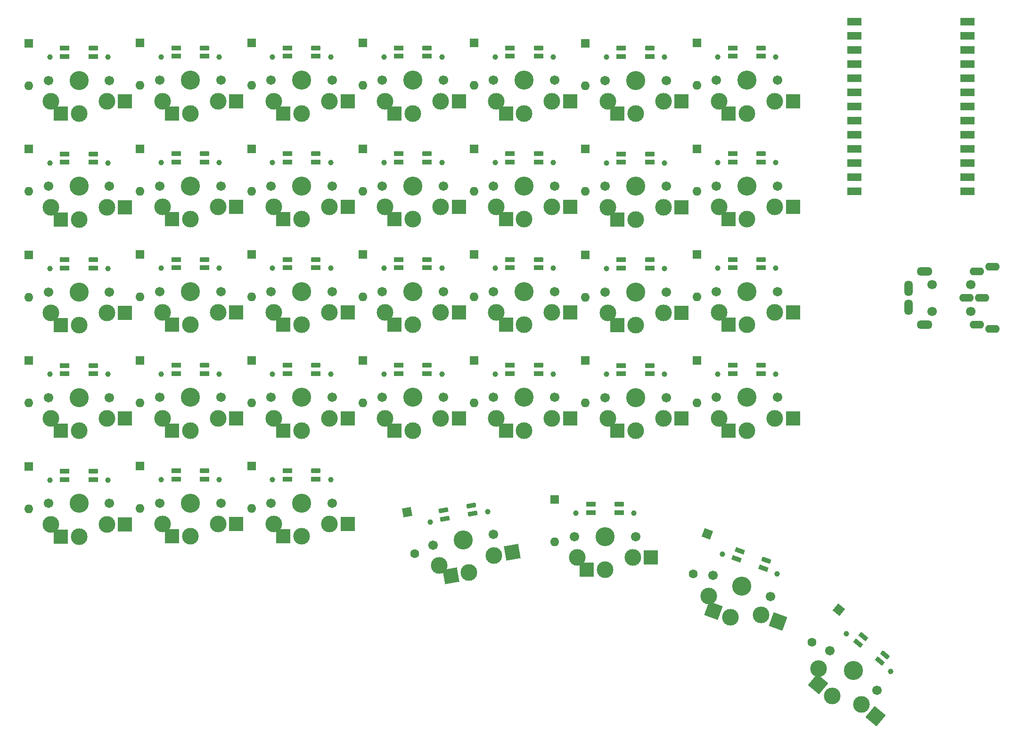
<source format=gbr>
%TF.GenerationSoftware,KiCad,Pcbnew,7.0.7*%
%TF.CreationDate,2023-09-03T20:27:55-07:00*%
%TF.ProjectId,keyboard,6b657962-6f61-4726-942e-6b696361645f,rev?*%
%TF.SameCoordinates,Original*%
%TF.FileFunction,Soldermask,Top*%
%TF.FilePolarity,Negative*%
%FSLAX46Y46*%
G04 Gerber Fmt 4.6, Leading zero omitted, Abs format (unit mm)*
G04 Created by KiCad (PCBNEW 7.0.7) date 2023-09-03 20:27:55*
%MOMM*%
%LPD*%
G01*
G04 APERTURE LIST*
G04 Aperture macros list*
%AMRoundRect*
0 Rectangle with rounded corners*
0 $1 Rounding radius*
0 $2 $3 $4 $5 $6 $7 $8 $9 X,Y pos of 4 corners*
0 Add a 4 corners polygon primitive as box body*
4,1,4,$2,$3,$4,$5,$6,$7,$8,$9,$2,$3,0*
0 Add four circle primitives for the rounded corners*
1,1,$1+$1,$2,$3*
1,1,$1+$1,$4,$5*
1,1,$1+$1,$6,$7*
1,1,$1+$1,$8,$9*
0 Add four rect primitives between the rounded corners*
20,1,$1+$1,$2,$3,$4,$5,0*
20,1,$1+$1,$4,$5,$6,$7,0*
20,1,$1+$1,$6,$7,$8,$9,0*
20,1,$1+$1,$8,$9,$2,$3,0*%
%AMHorizOval*
0 Thick line with rounded ends*
0 $1 width*
0 $2 $3 position (X,Y) of the first rounded end (center of the circle)*
0 $4 $5 position (X,Y) of the second rounded end (center of the circle)*
0 Add line between two ends*
20,1,$1,$2,$3,$4,$5,0*
0 Add two circle primitives to create the rounded ends*
1,1,$1,$2,$3*
1,1,$1,$4,$5*%
%AMRotRect*
0 Rectangle, with rotation*
0 The origin of the aperture is its center*
0 $1 length*
0 $2 width*
0 $3 Rotation angle, in degrees counterclockwise*
0 Add horizontal line*
21,1,$1,$2,0,0,$3*%
G04 Aperture macros list end*
%ADD10C,1.700000*%
%ADD11O,2.620000X1.412000*%
%ADD12O,2.820000X1.512000*%
%ADD13O,1.512000X2.820000*%
%ADD14C,1.701800*%
%ADD15C,0.990600*%
%ADD16C,3.000000*%
%ADD17C,3.429000*%
%ADD18R,2.600000X2.600000*%
%ADD19R,1.600000X1.600000*%
%ADD20O,1.600000X1.600000*%
%ADD21RotRect,2.600000X2.600000X340.000000*%
%ADD22R,1.700000X0.820000*%
%ADD23RoundRect,0.205000X-0.645000X-0.205000X0.645000X-0.205000X0.645000X0.205000X-0.645000X0.205000X0*%
%ADD24RotRect,2.600000X2.600000X10.000000*%
%ADD25RotRect,1.700000X0.820000X340.000000*%
%ADD26RoundRect,0.205000X-0.676216X0.027966X0.535988X-0.413240X0.676216X-0.027966X-0.535988X0.413240X0*%
%ADD27RotRect,1.700000X0.820000X320.000000*%
%ADD28RoundRect,0.205000X-0.625870X0.257559X0.362327X-0.571637X0.625870X-0.257559X-0.362327X0.571637X0*%
%ADD29RotRect,1.600000X1.600000X230.000000*%
%ADD30HorizOval,1.600000X0.000000X0.000000X0.000000X0.000000X0*%
%ADD31RotRect,2.600000X2.600000X320.000000*%
%ADD32RotRect,1.600000X1.600000X250.000000*%
%ADD33HorizOval,1.600000X0.000000X0.000000X0.000000X0.000000X0*%
%ADD34RotRect,1.700000X0.820000X10.000000*%
%ADD35RoundRect,0.205000X-0.599603X-0.313889X0.670799X-0.089883X0.599603X0.313889X-0.670799X0.089883X0*%
%ADD36RotRect,1.600000X1.600000X280.000000*%
%ADD37HorizOval,1.600000X0.000000X0.000000X0.000000X0.000000X0*%
%ADD38R,2.610000X1.400000*%
G04 APERTURE END LIST*
D10*
%TO.C,REF\u002A\u002A*%
X220250000Y-73520000D03*
X213250000Y-73520000D03*
D11*
X224150000Y-76720000D03*
X219450000Y-71120000D03*
D12*
X211950000Y-75920000D03*
D11*
X222250000Y-71120000D03*
D13*
X209050000Y-72820000D03*
D11*
X221350000Y-75920000D03*
%TD*%
%TO.C,REF\u002A\u002A*%
X224155000Y-65520000D03*
X222255000Y-71120000D03*
X221355000Y-66320000D03*
X219455000Y-71120000D03*
D12*
X211955000Y-66320000D03*
D13*
X209055000Y-69420000D03*
D10*
X220255000Y-68720000D03*
X213255000Y-68720000D03*
%TD*%
D14*
%TO.C,REF\u002A\u002A*%
X94500000Y-89000000D03*
D15*
X94780000Y-84800000D03*
D16*
X95000000Y-92750000D03*
D17*
X100000000Y-89000000D03*
D16*
X100000000Y-94950000D03*
X105000000Y-92750000D03*
D15*
X105220000Y-84800000D03*
D14*
X105500000Y-89000000D03*
D18*
X96725000Y-94950000D03*
X108275000Y-92750000D03*
%TD*%
D19*
%TO.C,REF\u002A\u002A*%
X51000000Y-82380000D03*
D20*
X51000000Y-90000000D03*
%TD*%
D14*
%TO.C,REF\u002A\u002A*%
X173947074Y-120991352D03*
D15*
X175646672Y-117140409D03*
D16*
X173134344Y-124686210D03*
D17*
X179115383Y-122872463D03*
D16*
X177080363Y-128463634D03*
X182531271Y-128106411D03*
D15*
X185457063Y-120711099D03*
D14*
X184283692Y-124753574D03*
D21*
X174002870Y-127343518D03*
X185608764Y-129226527D03*
%TD*%
D14*
%TO.C,REF\u002A\u002A*%
X134500000Y-51000000D03*
D15*
X134780000Y-46800000D03*
D16*
X135000000Y-54750000D03*
D17*
X140000000Y-51000000D03*
D16*
X140000000Y-56950000D03*
X145000000Y-54750000D03*
D15*
X145220000Y-46800000D03*
D14*
X145500000Y-51000000D03*
D18*
X136725000Y-56950000D03*
X148275000Y-54750000D03*
%TD*%
D22*
%TO.C,REF\u002A\u002A*%
X157450000Y-84750000D03*
X157450000Y-83250000D03*
D23*
X162550000Y-83250000D03*
D22*
X162550000Y-84750000D03*
%TD*%
D19*
%TO.C,REF\u002A\u002A*%
X51000000Y-63380000D03*
D20*
X51000000Y-71000000D03*
%TD*%
D22*
%TO.C,REF\u002A\u002A*%
X77450000Y-84700000D03*
X77450000Y-83200000D03*
D23*
X82550000Y-83200000D03*
D22*
X82550000Y-84700000D03*
%TD*%
D14*
%TO.C,REF\u002A\u002A*%
X54500000Y-70050000D03*
D15*
X54780000Y-65850000D03*
D16*
X55000000Y-73800000D03*
D17*
X60000000Y-70050000D03*
D16*
X60000000Y-76000000D03*
X65000000Y-73800000D03*
D15*
X65220000Y-65850000D03*
D14*
X65500000Y-70050000D03*
D18*
X56725000Y-76000000D03*
X68275000Y-73800000D03*
%TD*%
D22*
%TO.C,REF\u002A\u002A*%
X157450000Y-46750000D03*
X157450000Y-45250000D03*
D23*
X162550000Y-45250000D03*
D22*
X162550000Y-46750000D03*
%TD*%
%TO.C,REF\u002A\u002A*%
X97450000Y-27700000D03*
X97450000Y-26200000D03*
D23*
X102550000Y-26200000D03*
D22*
X102550000Y-27700000D03*
%TD*%
D14*
%TO.C,REF\u002A\u002A*%
X74500000Y-32000000D03*
D15*
X74780000Y-27800000D03*
D16*
X75000000Y-35750000D03*
D17*
X80000000Y-32000000D03*
D16*
X80000000Y-37950000D03*
X85000000Y-35750000D03*
D15*
X85220000Y-27800000D03*
D14*
X85500000Y-32000000D03*
D18*
X76725000Y-37950000D03*
X88275000Y-35750000D03*
%TD*%
D19*
%TO.C,REF\u002A\u002A*%
X111000000Y-44330000D03*
D20*
X111000000Y-51950000D03*
%TD*%
D22*
%TO.C,REF\u002A\u002A*%
X177450000Y-46700000D03*
X177450000Y-45200000D03*
D23*
X182550000Y-45200000D03*
D22*
X182550000Y-46700000D03*
%TD*%
%TO.C,REF\u002A\u002A*%
X151949999Y-109699999D03*
X151949999Y-108199999D03*
D23*
X157049999Y-108199999D03*
D22*
X157049999Y-109699999D03*
%TD*%
D19*
%TO.C,REF\u002A\u002A*%
X131000000Y-25330000D03*
D20*
X131000000Y-32950000D03*
%TD*%
D19*
%TO.C,REF\u002A\u002A*%
X111000000Y-82330000D03*
D20*
X111000000Y-89950000D03*
%TD*%
D14*
%TO.C,REF\u002A\u002A*%
X123595122Y-115537900D03*
D15*
X123141546Y-111353086D03*
D16*
X124738707Y-119144105D03*
D17*
X129011565Y-114582835D03*
D16*
X130044772Y-120442441D03*
X134586784Y-117407623D03*
D15*
X133422939Y-109540199D03*
D14*
X134428008Y-113627770D03*
D24*
X126819526Y-121011139D03*
X137812030Y-116838925D03*
%TD*%
D14*
%TO.C,REF\u002A\u002A*%
X134500000Y-89000000D03*
D15*
X134780000Y-84800000D03*
D16*
X135000000Y-92750000D03*
D17*
X140000000Y-89000000D03*
D16*
X140000000Y-94950000D03*
X145000000Y-92750000D03*
D15*
X145220000Y-84800000D03*
D14*
X145500000Y-89000000D03*
D18*
X136725000Y-94950000D03*
X148275000Y-92750000D03*
%TD*%
D19*
%TO.C,REF\u002A\u002A*%
X171000000Y-44330000D03*
D20*
X171000000Y-51950000D03*
%TD*%
D19*
%TO.C,REF\u002A\u002A*%
X171000000Y-25330000D03*
D20*
X171000000Y-32950000D03*
%TD*%
D22*
%TO.C,REF\u002A\u002A*%
X177450000Y-27700000D03*
X177450000Y-26200000D03*
D23*
X182550000Y-26200000D03*
D22*
X182550000Y-27700000D03*
%TD*%
D14*
%TO.C,REF\u002A\u002A*%
X94500000Y-32000000D03*
D15*
X94780000Y-27800000D03*
D16*
X95000000Y-35750000D03*
D17*
X100000000Y-32000000D03*
D16*
X100000000Y-37950000D03*
X105000000Y-35750000D03*
D15*
X105220000Y-27800000D03*
D14*
X105500000Y-32000000D03*
D18*
X96725000Y-37950000D03*
X108275000Y-35750000D03*
%TD*%
D19*
%TO.C,REF\u002A\u002A*%
X51000000Y-101380000D03*
D20*
X51000000Y-109000000D03*
%TD*%
D19*
%TO.C,REF\u002A\u002A*%
X131000000Y-63330000D03*
D20*
X131000000Y-70950000D03*
%TD*%
D22*
%TO.C,REF\u002A\u002A*%
X137450000Y-46700000D03*
X137450000Y-45200000D03*
D23*
X142550000Y-45200000D03*
D22*
X142550000Y-46700000D03*
%TD*%
D25*
%TO.C,REF\u002A\u002A*%
X178189853Y-117959633D03*
X178702883Y-116550094D03*
D26*
X183495315Y-118294397D03*
D25*
X182982285Y-119703936D03*
%TD*%
D22*
%TO.C,REF\u002A\u002A*%
X157450000Y-27750000D03*
X157450000Y-26250000D03*
D23*
X162550000Y-26250000D03*
D22*
X162550000Y-27750000D03*
%TD*%
%TO.C,REF\u002A\u002A*%
X57450000Y-103750000D03*
X57450000Y-102250000D03*
D23*
X62550000Y-102250000D03*
D22*
X62550000Y-103750000D03*
%TD*%
%TO.C,REF\u002A\u002A*%
X117450000Y-84700000D03*
X117450000Y-83200000D03*
D23*
X122550000Y-83200000D03*
D22*
X122550000Y-84700000D03*
%TD*%
D14*
%TO.C,REF\u002A\u002A*%
X74500000Y-70000000D03*
D15*
X74780000Y-65800000D03*
D16*
X75000000Y-73750000D03*
D17*
X80000000Y-70000000D03*
D16*
X80000000Y-75950000D03*
X85000000Y-73750000D03*
D15*
X85220000Y-65800000D03*
D14*
X85500000Y-70000000D03*
D18*
X76725000Y-75950000D03*
X88275000Y-73750000D03*
%TD*%
D14*
%TO.C,REF\u002A\u002A*%
X154500000Y-70050000D03*
D15*
X154780000Y-65850000D03*
D16*
X155000000Y-73800000D03*
D17*
X160000000Y-70050000D03*
D16*
X160000000Y-76000000D03*
X165000000Y-73800000D03*
D15*
X165220000Y-65850000D03*
D14*
X165500000Y-70050000D03*
D18*
X156725000Y-76000000D03*
X168275000Y-73800000D03*
%TD*%
D19*
%TO.C,REF\u002A\u002A*%
X51000000Y-44380000D03*
D20*
X51000000Y-52000000D03*
%TD*%
D22*
%TO.C,REF\u002A\u002A*%
X137450000Y-27700000D03*
X137450000Y-26200000D03*
D23*
X142550000Y-26200000D03*
D22*
X142550000Y-27700000D03*
%TD*%
%TO.C,REF\u002A\u002A*%
X77450000Y-103700000D03*
X77450000Y-102200000D03*
D23*
X82550000Y-102200000D03*
D22*
X82550000Y-103700000D03*
%TD*%
%TO.C,REF\u002A\u002A*%
X77450000Y-46700000D03*
X77450000Y-45200000D03*
D23*
X82550000Y-45200000D03*
D22*
X82550000Y-46700000D03*
%TD*%
D19*
%TO.C,REF\u002A\u002A*%
X171000000Y-63330000D03*
D20*
X171000000Y-70950000D03*
%TD*%
D14*
%TO.C,REF\u002A\u002A*%
X54500000Y-89050000D03*
D15*
X54780000Y-84850000D03*
D16*
X55000000Y-92800000D03*
D17*
X60000000Y-89050000D03*
D16*
X60000000Y-95000000D03*
X65000000Y-92800000D03*
D15*
X65220000Y-84850000D03*
D14*
X65500000Y-89050000D03*
D18*
X56725000Y-95000000D03*
X68275000Y-92800000D03*
%TD*%
D22*
%TO.C,REF\u002A\u002A*%
X97450000Y-103700000D03*
X97450000Y-102200000D03*
D23*
X102550000Y-102200000D03*
D22*
X102550000Y-103700000D03*
%TD*%
D27*
%TO.C,REF\u002A\u002A*%
X199972892Y-133125980D03*
X200937073Y-131976913D03*
D28*
X204843900Y-135255130D03*
D27*
X203879719Y-136404197D03*
%TD*%
D22*
%TO.C,REF\u002A\u002A*%
X57450000Y-84750000D03*
X57450000Y-83250000D03*
D23*
X62550000Y-83250000D03*
D22*
X62550000Y-84750000D03*
%TD*%
D19*
%TO.C,REF\u002A\u002A*%
X171000000Y-82330000D03*
D20*
X171000000Y-89950000D03*
%TD*%
D14*
%TO.C,REF\u002A\u002A*%
X114500000Y-70000000D03*
D15*
X114780000Y-65800000D03*
D16*
X115000000Y-73750000D03*
D17*
X120000000Y-70000000D03*
D16*
X120000000Y-75950000D03*
X125000000Y-73750000D03*
D15*
X125220000Y-65800000D03*
D14*
X125500000Y-70000000D03*
D18*
X116725000Y-75950000D03*
X128275000Y-73750000D03*
%TD*%
D14*
%TO.C,REF\u002A\u002A*%
X174500000Y-89000000D03*
D15*
X174780000Y-84800000D03*
D16*
X175000000Y-92750000D03*
D17*
X180000000Y-89000000D03*
D16*
X180000000Y-94950000D03*
X185000000Y-92750000D03*
D15*
X185220000Y-84800000D03*
D14*
X185500000Y-89000000D03*
D18*
X176725000Y-94950000D03*
X188275000Y-92750000D03*
%TD*%
D14*
%TO.C,REF\u002A\u002A*%
X114500000Y-32000000D03*
D15*
X114780000Y-27800000D03*
D16*
X115000000Y-35750000D03*
D17*
X120000000Y-32000000D03*
D16*
X120000000Y-37950000D03*
X125000000Y-35750000D03*
D15*
X125220000Y-27800000D03*
D14*
X125500000Y-32000000D03*
D18*
X116725000Y-37950000D03*
X128275000Y-35750000D03*
%TD*%
D29*
%TO.C,REF\u002A\u002A*%
X196555312Y-127164475D03*
D30*
X191657270Y-133001734D03*
%TD*%
D19*
%TO.C,REF\u002A\u002A*%
X151000000Y-82380000D03*
D20*
X151000000Y-90000000D03*
%TD*%
D22*
%TO.C,REF\u002A\u002A*%
X137450000Y-84700000D03*
X137450000Y-83200000D03*
D23*
X142550000Y-83200000D03*
D22*
X142550000Y-84700000D03*
%TD*%
D19*
%TO.C,REF\u002A\u002A*%
X131000000Y-44330000D03*
D20*
X131000000Y-51950000D03*
%TD*%
D19*
%TO.C,REF\u002A\u002A*%
X145500000Y-107329999D03*
D20*
X145500000Y-114949999D03*
%TD*%
D14*
%TO.C,REF\u002A\u002A*%
X54500000Y-108050000D03*
D15*
X54780000Y-103850000D03*
D16*
X55000000Y-111800000D03*
D17*
X60000000Y-108050000D03*
D16*
X60000000Y-114000000D03*
X65000000Y-111800000D03*
D15*
X65220000Y-103850000D03*
D14*
X65500000Y-108050000D03*
D18*
X56725000Y-114000000D03*
X68275000Y-111800000D03*
%TD*%
D14*
%TO.C,REF\u002A\u002A*%
X54500000Y-51050000D03*
D15*
X54780000Y-46850000D03*
D16*
X55000000Y-54800000D03*
D17*
X60000000Y-51050000D03*
D16*
X60000000Y-57000000D03*
X65000000Y-54800000D03*
D15*
X65220000Y-46850000D03*
D14*
X65500000Y-51050000D03*
D18*
X56725000Y-57000000D03*
X68275000Y-54800000D03*
%TD*%
D22*
%TO.C,REF\u002A\u002A*%
X77450000Y-27700000D03*
X77450000Y-26200000D03*
D23*
X82550000Y-26200000D03*
D22*
X82550000Y-27700000D03*
%TD*%
%TO.C,REF\u002A\u002A*%
X77450000Y-65700000D03*
X77450000Y-64200000D03*
D23*
X82550000Y-64200000D03*
D22*
X82550000Y-65700000D03*
%TD*%
D19*
%TO.C,REF\u002A\u002A*%
X91000000Y-25330000D03*
D20*
X91000000Y-32950000D03*
%TD*%
D22*
%TO.C,REF\u002A\u002A*%
X97450000Y-46700000D03*
X97450000Y-45200000D03*
D23*
X102550000Y-45200000D03*
D22*
X102550000Y-46700000D03*
%TD*%
D19*
%TO.C,REF\u002A\u002A*%
X151000000Y-44380000D03*
D20*
X151000000Y-52000000D03*
%TD*%
D14*
%TO.C,REF\u002A\u002A*%
X174500000Y-51000000D03*
D15*
X174780000Y-46800000D03*
D16*
X175000000Y-54750000D03*
D17*
X180000000Y-51000000D03*
D16*
X180000000Y-56950000D03*
X185000000Y-54750000D03*
D15*
X185220000Y-46800000D03*
D14*
X185500000Y-51000000D03*
D18*
X176725000Y-56950000D03*
X188275000Y-54750000D03*
%TD*%
D14*
%TO.C,REF\u002A\u002A*%
X94500000Y-108000000D03*
D15*
X94780000Y-103800000D03*
D16*
X95000000Y-111750000D03*
D17*
X100000000Y-108000000D03*
D16*
X100000000Y-113950000D03*
X105000000Y-111750000D03*
D15*
X105220000Y-103800000D03*
D14*
X105500000Y-108000000D03*
D18*
X96725000Y-113950000D03*
X108275000Y-111750000D03*
%TD*%
D22*
%TO.C,REF\u002A\u002A*%
X57450000Y-27750000D03*
X57450000Y-26250000D03*
D23*
X62550000Y-26250000D03*
D22*
X62550000Y-27750000D03*
%TD*%
%TO.C,REF\u002A\u002A*%
X57450000Y-46750000D03*
X57450000Y-45250000D03*
D23*
X62550000Y-45250000D03*
D22*
X62550000Y-46750000D03*
%TD*%
D19*
%TO.C,REF\u002A\u002A*%
X71000000Y-82330000D03*
D20*
X71000000Y-89950000D03*
%TD*%
D22*
%TO.C,REF\u002A\u002A*%
X97450000Y-65700000D03*
X97450000Y-64200000D03*
D23*
X102550000Y-64200000D03*
D22*
X102550000Y-65700000D03*
%TD*%
D19*
%TO.C,REF\u002A\u002A*%
X111000000Y-63330000D03*
D20*
X111000000Y-70950000D03*
%TD*%
D14*
%TO.C,REF\u002A\u002A*%
X174500000Y-32000000D03*
D15*
X174780000Y-27800000D03*
D16*
X175000000Y-35750000D03*
D17*
X180000000Y-32000000D03*
D16*
X180000000Y-37950000D03*
X185000000Y-35750000D03*
D15*
X185220000Y-27800000D03*
D14*
X185500000Y-32000000D03*
D18*
X176725000Y-37950000D03*
X188275000Y-35750000D03*
%TD*%
D19*
%TO.C,REF\u002A\u002A*%
X71000000Y-25330000D03*
D20*
X71000000Y-32950000D03*
%TD*%
D22*
%TO.C,REF\u002A\u002A*%
X177450000Y-84700000D03*
X177450000Y-83200000D03*
D23*
X182550000Y-83200000D03*
D22*
X182550000Y-84700000D03*
%TD*%
D14*
%TO.C,REF\u002A\u002A*%
X74500000Y-108000000D03*
D15*
X74780000Y-103800000D03*
D16*
X75000000Y-111750000D03*
D17*
X80000000Y-108000000D03*
D16*
X80000000Y-113950000D03*
X85000000Y-111750000D03*
D15*
X85220000Y-103800000D03*
D14*
X85500000Y-108000000D03*
D18*
X76725000Y-113950000D03*
X88275000Y-111750000D03*
%TD*%
D14*
%TO.C,REF\u002A\u002A*%
X154500000Y-32050000D03*
D15*
X154780000Y-27850000D03*
D16*
X155000000Y-35800000D03*
D17*
X160000000Y-32050000D03*
D16*
X160000000Y-38000000D03*
X165000000Y-35800000D03*
D15*
X165220000Y-27850000D03*
D14*
X165500000Y-32050000D03*
D18*
X156725000Y-38000000D03*
X168275000Y-35800000D03*
%TD*%
D19*
%TO.C,REF\u002A\u002A*%
X111000000Y-25330000D03*
D20*
X111000000Y-32950000D03*
%TD*%
D14*
%TO.C,REF\u002A\u002A*%
X194949073Y-134523749D03*
D15*
X197863273Y-131486343D03*
D16*
X192921641Y-137717810D03*
D17*
X199162317Y-138059081D03*
D16*
X195337731Y-142617045D03*
X200582086Y-144145686D03*
D15*
X205860777Y-138197046D03*
D14*
X203375561Y-141594413D03*
D31*
X192828935Y-140511916D03*
X203090881Y-146250815D03*
%TD*%
D19*
%TO.C,REF\u002A\u002A*%
X71000000Y-101330000D03*
D20*
X71000000Y-108950000D03*
%TD*%
D14*
%TO.C,REF\u002A\u002A*%
X154500000Y-51050000D03*
D15*
X154780000Y-46850000D03*
D16*
X155000000Y-54800000D03*
D17*
X160000000Y-51050000D03*
D16*
X160000000Y-57000000D03*
X165000000Y-54800000D03*
D15*
X165220000Y-46850000D03*
D14*
X165500000Y-51050000D03*
D18*
X156725000Y-57000000D03*
X168275000Y-54800000D03*
%TD*%
D14*
%TO.C,REF\u002A\u002A*%
X94500000Y-70000000D03*
D15*
X94780000Y-65800000D03*
D16*
X95000000Y-73750000D03*
D17*
X100000000Y-70000000D03*
D16*
X100000000Y-75950000D03*
X105000000Y-73750000D03*
D15*
X105220000Y-65800000D03*
D14*
X105500000Y-70000000D03*
D18*
X96725000Y-75950000D03*
X108275000Y-73750000D03*
%TD*%
D22*
%TO.C,REF\u002A\u002A*%
X137450000Y-65700000D03*
X137450000Y-64200000D03*
D23*
X142550000Y-64200000D03*
D22*
X142550000Y-65700000D03*
%TD*%
D19*
%TO.C,REF\u002A\u002A*%
X151000000Y-63380000D03*
D20*
X151000000Y-71000000D03*
%TD*%
D14*
%TO.C,REF\u002A\u002A*%
X134500000Y-32000000D03*
D15*
X134780000Y-27800000D03*
D16*
X135000000Y-35750000D03*
D17*
X140000000Y-32000000D03*
D16*
X140000000Y-37950000D03*
X145000000Y-35750000D03*
D15*
X145220000Y-27800000D03*
D14*
X145500000Y-32000000D03*
D18*
X136725000Y-37950000D03*
X148275000Y-35750000D03*
%TD*%
D22*
%TO.C,REF\u002A\u002A*%
X117450000Y-27700000D03*
X117450000Y-26200000D03*
D23*
X122550000Y-26200000D03*
D22*
X122550000Y-27700000D03*
%TD*%
D19*
%TO.C,REF\u002A\u002A*%
X71000000Y-44330000D03*
D20*
X71000000Y-51950000D03*
%TD*%
D14*
%TO.C,REF\u002A\u002A*%
X74500000Y-89000000D03*
D15*
X74780000Y-84800000D03*
D16*
X75000000Y-92750000D03*
D17*
X80000000Y-89000000D03*
D16*
X80000000Y-94950000D03*
X85000000Y-92750000D03*
D15*
X85220000Y-84800000D03*
D14*
X85500000Y-89000000D03*
D18*
X76725000Y-94950000D03*
X88275000Y-92750000D03*
%TD*%
D22*
%TO.C,REF\u002A\u002A*%
X57450000Y-65750000D03*
X57450000Y-64250000D03*
D23*
X62550000Y-64250000D03*
D22*
X62550000Y-65750000D03*
%TD*%
D14*
%TO.C,REF\u002A\u002A*%
X174500000Y-70000000D03*
D15*
X174780000Y-65800000D03*
D16*
X175000000Y-73750000D03*
D17*
X180000000Y-70000000D03*
D16*
X180000000Y-75950000D03*
X185000000Y-73750000D03*
D15*
X185220000Y-65800000D03*
D14*
X185500000Y-70000000D03*
D18*
X176725000Y-75950000D03*
X188275000Y-73750000D03*
%TD*%
D14*
%TO.C,REF\u002A\u002A*%
X114500000Y-89000000D03*
D15*
X114780000Y-84800000D03*
D16*
X115000000Y-92750000D03*
D17*
X120000000Y-89000000D03*
D16*
X120000000Y-94950000D03*
X125000000Y-92750000D03*
D15*
X125220000Y-84800000D03*
D14*
X125500000Y-89000000D03*
D18*
X116725000Y-94950000D03*
X128275000Y-92750000D03*
%TD*%
D19*
%TO.C,REF\u002A\u002A*%
X91000000Y-82330000D03*
D20*
X91000000Y-89950000D03*
%TD*%
D22*
%TO.C,REF\u002A\u002A*%
X177450000Y-65700000D03*
X177450000Y-64200000D03*
D23*
X182550000Y-64200000D03*
D22*
X182550000Y-65700000D03*
%TD*%
D14*
%TO.C,REF\u002A\u002A*%
X154500000Y-89050000D03*
D15*
X154780000Y-84850000D03*
D16*
X155000000Y-92800000D03*
D17*
X160000000Y-89050000D03*
D16*
X160000000Y-95000000D03*
X165000000Y-92800000D03*
D15*
X165220000Y-84850000D03*
D14*
X165500000Y-89050000D03*
D18*
X156725000Y-95000000D03*
X168275000Y-92800000D03*
%TD*%
D22*
%TO.C,REF\u002A\u002A*%
X157450000Y-65750000D03*
X157450000Y-64250000D03*
D23*
X162550000Y-64250000D03*
D22*
X162550000Y-65750000D03*
%TD*%
D19*
%TO.C,REF\u002A\u002A*%
X91000000Y-101330000D03*
D20*
X91000000Y-108950000D03*
%TD*%
D32*
%TO.C,REF\u002A\u002A*%
X172939424Y-113526532D03*
D33*
X170333231Y-120686990D03*
%TD*%
D14*
%TO.C,REF\u002A\u002A*%
X149000000Y-114000000D03*
D15*
X149280000Y-109800000D03*
D16*
X149500000Y-117750000D03*
D17*
X154500000Y-114000000D03*
D16*
X154500000Y-119950000D03*
X159500000Y-117750000D03*
D15*
X159720000Y-109800000D03*
D14*
X160000000Y-114000000D03*
D18*
X151225000Y-119950000D03*
X162775000Y-117750000D03*
%TD*%
D34*
%TO.C,REF\u002A\u002A*%
X125753618Y-110790964D03*
X125493146Y-109313752D03*
D35*
X130515666Y-108428146D03*
D34*
X130776138Y-109905358D03*
%TD*%
D19*
%TO.C,REF\u002A\u002A*%
X151000000Y-25380000D03*
D20*
X151000000Y-33000000D03*
%TD*%
D22*
%TO.C,REF\u002A\u002A*%
X97450000Y-84700000D03*
X97450000Y-83200000D03*
D23*
X102550000Y-83200000D03*
D22*
X102550000Y-84700000D03*
%TD*%
D14*
%TO.C,REF\u002A\u002A*%
X54500000Y-32050000D03*
D15*
X54780000Y-27850000D03*
D16*
X55000000Y-35800000D03*
D17*
X60000000Y-32050000D03*
D16*
X60000000Y-38000000D03*
X65000000Y-35800000D03*
D15*
X65220000Y-27850000D03*
D14*
X65500000Y-32050000D03*
D18*
X56725000Y-38000000D03*
X68275000Y-35800000D03*
%TD*%
D14*
%TO.C,REF\u002A\u002A*%
X114500000Y-51000000D03*
D15*
X114780000Y-46800000D03*
D16*
X115000000Y-54750000D03*
D17*
X120000000Y-51000000D03*
D16*
X120000000Y-56950000D03*
X125000000Y-54750000D03*
D15*
X125220000Y-46800000D03*
D14*
X125500000Y-51000000D03*
D18*
X116725000Y-56950000D03*
X128275000Y-54750000D03*
%TD*%
D19*
%TO.C,REF\u002A\u002A*%
X51000000Y-25380000D03*
D20*
X51000000Y-33000000D03*
%TD*%
D19*
%TO.C,REF\u002A\u002A*%
X71000000Y-63330000D03*
D20*
X71000000Y-70950000D03*
%TD*%
D22*
%TO.C,REF\u002A\u002A*%
X117450000Y-65700000D03*
X117450000Y-64200000D03*
D23*
X122550000Y-64200000D03*
D22*
X122550000Y-65700000D03*
%TD*%
D36*
%TO.C,REF\u002A\u002A*%
X118990062Y-109577000D03*
D37*
X120313261Y-117081235D03*
%TD*%
D14*
%TO.C,REF\u002A\u002A*%
X74500000Y-51000000D03*
D15*
X74780000Y-46800000D03*
D16*
X75000000Y-54750000D03*
D17*
X80000000Y-51000000D03*
D16*
X80000000Y-56950000D03*
X85000000Y-54750000D03*
D15*
X85220000Y-46800000D03*
D14*
X85500000Y-51000000D03*
D18*
X76725000Y-56950000D03*
X88275000Y-54750000D03*
%TD*%
D22*
%TO.C,REF\u002A\u002A*%
X117450000Y-46700000D03*
X117450000Y-45200000D03*
D23*
X122550000Y-45200000D03*
D22*
X122550000Y-46700000D03*
%TD*%
D19*
%TO.C,REF\u002A\u002A*%
X91000000Y-63330000D03*
D20*
X91000000Y-70950000D03*
%TD*%
D19*
%TO.C,REF\u002A\u002A*%
X91000000Y-44330000D03*
D20*
X91000000Y-51950000D03*
%TD*%
D19*
%TO.C,REF\u002A\u002A*%
X131000000Y-82330000D03*
D20*
X131000000Y-89950000D03*
%TD*%
D14*
%TO.C,REF\u002A\u002A*%
X134500000Y-70000000D03*
D15*
X134780000Y-65800000D03*
D16*
X135000000Y-73750000D03*
D17*
X140000000Y-70000000D03*
D16*
X140000000Y-75950000D03*
X145000000Y-73750000D03*
D15*
X145220000Y-65800000D03*
D14*
X145500000Y-70000000D03*
D18*
X136725000Y-75950000D03*
X148275000Y-73750000D03*
%TD*%
D14*
%TO.C,REF\u002A\u002A*%
X94500000Y-51000000D03*
D15*
X94780000Y-46800000D03*
D16*
X95000000Y-54750000D03*
D17*
X100000000Y-51000000D03*
D16*
X100000000Y-56950000D03*
X105000000Y-54750000D03*
D15*
X105220000Y-46800000D03*
D14*
X105500000Y-51000000D03*
D18*
X96725000Y-56950000D03*
X108275000Y-54750000D03*
%TD*%
D38*
%TO.C,REF\u002A\u002A*%
X219660000Y-21490000D03*
X219660000Y-24030000D03*
X219660000Y-26570000D03*
X219660000Y-29110000D03*
X219660000Y-31650000D03*
X219660000Y-34190000D03*
X219660000Y-36730000D03*
X219660000Y-39270000D03*
X219660000Y-41810000D03*
X219660000Y-44350000D03*
X219660000Y-46890000D03*
X219660000Y-49430000D03*
X219660000Y-51970000D03*
X199340000Y-21490000D03*
X199340000Y-24030000D03*
X199340000Y-26570000D03*
X199340000Y-29110000D03*
X199340000Y-31650000D03*
X199340000Y-34190000D03*
X199340000Y-36730000D03*
X199340000Y-39270000D03*
X199340000Y-41810000D03*
X199340000Y-44350000D03*
X199340000Y-46890000D03*
X199340000Y-49430000D03*
X199340000Y-51970000D03*
%TD*%
M02*

</source>
